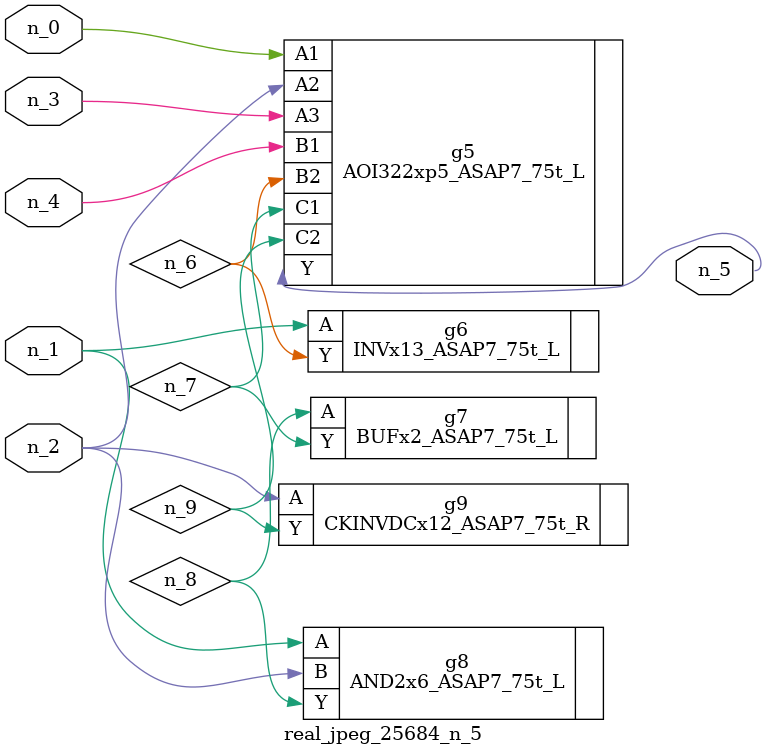
<source format=v>
module real_jpeg_25684_n_5 (n_4, n_0, n_1, n_2, n_3, n_5);

input n_4;
input n_0;
input n_1;
input n_2;
input n_3;

output n_5;

wire n_8;
wire n_6;
wire n_7;
wire n_9;

AOI322xp5_ASAP7_75t_L g5 ( 
.A1(n_0),
.A2(n_2),
.A3(n_3),
.B1(n_4),
.B2(n_6),
.C1(n_7),
.C2(n_9),
.Y(n_5)
);

INVx13_ASAP7_75t_L g6 ( 
.A(n_1),
.Y(n_6)
);

AND2x6_ASAP7_75t_L g8 ( 
.A(n_1),
.B(n_2),
.Y(n_8)
);

CKINVDCx12_ASAP7_75t_R g9 ( 
.A(n_2),
.Y(n_9)
);

BUFx2_ASAP7_75t_L g7 ( 
.A(n_8),
.Y(n_7)
);


endmodule
</source>
